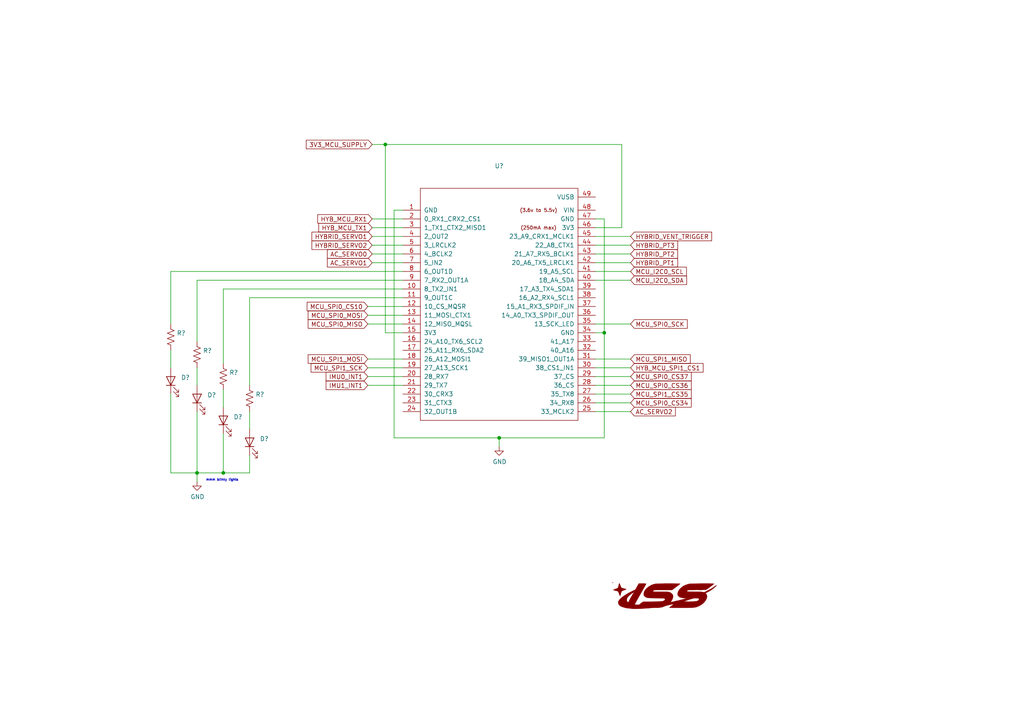
<source format=kicad_sch>
(kicad_sch (version 20211123) (generator eeschema)
  (paper "A4")
  (title_block (title "TARS-MK1") (company "ILLINOIS SPACE SOCIETY"))
  (lib_symbols
    (symbol "D24V50F5:LED" (pin_numbers hide) (pin_names (offset 1.016) hide)
      (property "Reference" "D" (at 0 2.54 0))
      (property "Value" "LED" (at 0 -2.54 0))
      (symbol "LED_0_1"
        (polyline (pts (xy -1.27 -1.27) (xy -1.27 1.27)) (stroke (width 0.2032)))
        (polyline (pts (xy -1.27 0) (xy 1.27 0)))
        (polyline (pts (xy 1.27 -1.27) (xy 1.27 1.27) (xy -1.27 0) (xy 1.27 -1.27)) (stroke (width 0.2032)))
        (polyline (pts (xy -3.048 -0.762) (xy -4.572 -2.286) (xy -3.81 -2.286) (xy -4.572 -2.286) (xy -4.572 -1.524)))
        (polyline (pts (xy -1.778 -0.762) (xy -3.302 -2.286) (xy -2.54 -2.286) (xy -3.302 -2.286) (xy -3.302 -1.524)))
      )
      (symbol "LED_1_1"
        (pin passive line (at -3.81 0 0) (length 2.54) (name "K") (number "1"))
        (pin passive line (at 3.81 0 180) (length 2.54) (name "A") (number "2"))
      )
    )
    (symbol "D24V50F5:R_US" (pin_numbers hide) (pin_names (offset 0))
      (property "Reference" "R" (at 2.54 0 90))
      (property "Value" "R_US" (at -2.54 0 90))
      (symbol "R_US_0_1"
        (polyline (pts (xy 0 -2.286) (xy 0 -2.54)))
        (polyline (pts (xy 0 2.286) (xy 0 2.54)))
        (polyline (pts (xy 0 -0.762) (xy 1.016 -1.143) (xy 0 -1.524) (xy -1.016 -1.905) (xy 0 -2.286)))
        (polyline (pts (xy 0 0.762) (xy 1.016 0.381) (xy 0 0) (xy -1.016 -0.381) (xy 0 -0.762)))
        (polyline (pts (xy 0 2.286) (xy 1.016 1.905) (xy 0 1.524) (xy -1.016 1.143) (xy 0 0.762)))
      )
      (symbol "R_US_1_1"
        (pin passive line (at 0 3.81 270) (length 1.27) (name "~") (number "1"))
        (pin passive line (at 0 -3.81 90) (length 1.27) (name "~") (number "2"))
      )
    )
    (symbol "ISS_LOGO:LOGO" (pin_names (offset 1.016))
      (symbol "LOGO_0_0"
        (polyline (pts (xy -15.2654 3.6322) (xy -15.2654 3.8354) (xy -15.2908 3.8608) (xy -15.3162 3.7338) (xy -15.3162 3.6068) (xy -15.2654 3.6322)) (stroke (width 0.0254)) (fill (type outline)))
        (polyline (pts (xy -13.081 0.2032) (xy -12.954 0.6096) (xy -12.8778 0.9144) (xy -12.7762 1.1176) (xy -12.6746 1.27) (xy -12.5476 1.3462) (xy -12.3698 1.4224) (xy -12.1158 1.524) (xy -11.7348 1.651) (xy -11.5316 1.7272) (xy -11.43 1.7526) (xy -11.43 1.778) (xy -11.5062 1.8542) (xy -11.684 1.9304) (xy -11.938 1.9812) (xy -12.2174 2.0574) (xy -12.5222 2.1082) (xy -12.7254 2.2098) (xy -12.8778 2.3368) (xy -12.9794 2.54) (xy -13.081 2.8448) (xy -13.1318 2.921) (xy -13.2334 3.2258) (xy -13.3858 3.5306) (xy -13.4112 3.5052) (xy -13.4874 3.3782) (xy -13.5382 3.1496) (xy -13.6906 2.54) (xy -13.7668 2.3114) (xy -13.8684 2.1844) (xy -13.9954 2.0828) (xy -14.1986 2.0066) (xy -14.478 1.905) (xy -14.605 1.8542) (xy -14.8844 1.7526) (xy -15.0876 1.651) (xy -15.1638 1.6002) (xy -15.1384 1.6002) (xy -15.0114 1.5494) (xy -14.7828 1.4732) (xy -14.4526 1.397) (xy -13.7668 1.2192) (xy -13.5636 0.762) (xy -13.4874 0.5588) (xy -13.3858 0.2794) (xy -13.2842 0.0508) (xy -13.1826 -0.2032) (xy -13.081 0.2032)) (stroke (width 0.0254)) (fill (type outline)))
        (polyline (pts (xy -8.0264 -3.8354) (xy -7.3152 -3.81) (xy -6.5786 -3.7846) (xy -5.8166 -3.7338) (xy -5.1054 -3.683) (xy -4.826 -3.6576) (xy -4.2418 -3.6068) (xy -3.6322 -3.5814) (xy -3.0988 -3.556) (xy -2.3368 -3.556) (xy -1.5494 -3.4798) (xy -0.889 -3.3528) (xy -0.3556 -3.1242) (xy -0.1778 -3.0734) (xy 0.127 -2.9718) (xy 0.508 -2.8702) (xy 0.9398 -2.7686) (xy 0.9906 -2.7432) (xy 1.5494 -2.6162) (xy 2.1844 -2.4892) (xy 2.3114 -2.4892) (xy 2.3114 -2.54) (xy 2.2352 -2.6162) (xy 2.0574 -2.7686) (xy 1.778 -2.9464) (xy 1.5748 -3.1242) (xy 1.3208 -3.3274) (xy 1.1684 -3.4544) (xy 1.1176 -3.5306) (xy 1.6256 -3.5306) (xy 2.0574 -3.556) (xy 6.2738 -3.556) (xy 6.9342 -3.5306) (xy 7.4676 -3.5306) (xy 7.9248 -3.5052) (xy 8.2804 -3.4798) (xy 8.5852 -3.429) (xy 8.8392 -3.3782) (xy 9.0678 -3.302) (xy 9.3218 -3.2258) (xy 9.5504 -3.0988) (xy 9.8298 -2.9718) (xy 10.0076 -2.8956) (xy 10.5664 -2.54) (xy 11.049 -2.1336) (xy 11.43 -1.6764) (xy 11.7602 -1.2192) (xy 11.938 -0.762) (xy 12.0396 -0.3302) (xy 11.9888 0.0762) (xy 11.811 0.4064) (xy 11.5824 0.6858) (xy 12.1158 0.9398) (xy 12.2682 1.016) (xy 13.0556 1.4732) (xy 13.7414 1.9558) (xy 14.3256 2.4384) (xy 14.605 2.7178) (xy 14.7574 2.8956) (xy 14.8082 2.9718) (xy 14.7828 2.9718) (xy 14.6558 2.8956) (xy 14.4272 2.7686) (xy 14.1478 2.5654) (xy 14.097 2.5146) (xy 13.7414 2.286) (xy 13.3096 2.0066) (xy 12.827 1.7272) (xy 12.3444 1.4986) (xy 11.2014 0.9144) (xy 10.7188 1.016) (xy 10.6172 1.016) (xy 10.3378 1.0414) (xy 9.906 1.0668) (xy 9.398 1.0922) (xy 8.2296 1.0922) (xy 7.8994 1.1176) (xy 6.9088 1.1176) (xy 6.5532 1.143) (xy 6.3246 1.143) (xy 6.223 1.1684) (xy 6.223 1.27) (xy 6.2992 1.4224) (xy 6.3754 1.4986) (xy 6.4516 1.5494) (xy 6.5532 1.5748) (xy 6.7056 1.5748) (xy 6.9596 1.6002) (xy 8.3312 1.6002) (xy 9.0678 1.6256) (xy 9.7536 1.6002) (xy 10.3378 1.6002) (xy 10.8204 1.6256) (xy 11.2014 1.6256) (xy 11.4808 1.651) (xy 11.7348 1.7018) (xy 11.938 1.778) (xy 12.1158 1.905) (xy 12.319 2.032) (xy 12.573 2.2352) (xy 13.081 2.6162) (xy 13.4112 2.8702) (xy 13.6652 3.048) (xy 13.8176 3.175) (xy 13.843 3.2004) (xy 13.9954 3.3274) (xy 14.0462 3.4036) (xy 14.0462 3.429) (xy 13.8938 3.429) (xy 13.6144 3.4544) (xy 13.208 3.4544) (xy 12.7254 3.4798) (xy 10.16 3.4798) (xy 9.4996 3.4544) (xy 8.8646 3.4544) (xy 8.255 3.429) (xy 7.747 3.429) (xy 7.3152 3.4036) (xy 6.985 3.3782) (xy 6.8072 3.3528) (xy 5.9944 3.1242) (xy 5.207 2.7686) (xy 4.572 2.3114) (xy 4.0386 1.778) (xy 3.683 1.1684) (xy 3.5306 0.762) (xy 3.4798 0.381) (xy 3.556 0.0762) (xy 3.7338 -0.1778) (xy 4.0132 -0.4064) (xy 4.3688 -0.5842) (xy 4.826 -0.6858) (xy 5.461 -0.762) (xy 6.2992 -0.8128) (xy 5.588 -0.9906) (xy 5.4102 -1.0414) (xy 5.08 -1.1176) (xy 4.6482 -1.2192) (xy 4.1656 -1.3462) (xy 3.6576 -1.4732) (xy 3.1496 -1.5748) (xy 2.6416 -1.7018) (xy 2.54 -1.7272) (xy 5.334 -1.7272) (xy 5.3594 -1.6764) (xy 5.461 -1.651) (xy 6.0706 -1.4478) (xy 6.7056 -1.2446) (xy 7.1882 -1.0668) (xy 7.5946 -0.9652) (xy 7.9248 -0.8636) (xy 8.1534 -0.8128) (xy 8.382 -0.7874) (xy 8.5598 -0.762) (xy 9.0678 -0.762) (xy 9.4488 -0.8128) (xy 9.652 -0.9398) (xy 9.7282 -1.0922) (xy 9.7028 -1.1938) (xy 9.5504 -1.397) (xy 9.2456 -1.5748) (xy 8.89 -1.6764) (xy 8.8646 -1.6764) (xy 8.6614 -1.7018) (xy 8.3058 -1.7272) (xy 7.8486 -1.7526) (xy 7.3406 -1.7526) (xy 6.7818 -1.778) (xy 6.223 -1.7526) (xy 5.5372 -1.7526) (xy 5.3848 -1.7272) (xy 5.334 -1.7272) (xy 2.54 -1.7272) (xy 2.2098 -1.8034) (xy 1.8542 -1.8796) (xy 1.6256 -1.9304) (xy 1.4986 -1.9304) (xy 1.4986 -1.905) (xy 1.6002 -1.7272) (xy 1.7272 -1.524) (xy 1.9304 -1.1684) (xy 2.1336 -0.6604) (xy 2.1844 -0.2032) (xy 2.0828 0.2286) (xy 1.8034 0.5588) (xy 1.397 0.8382) (xy 1.3208 0.889) (xy 1.0668 0.9906) (xy 0.9144 1.016) (xy 0.6858 1.0414) (xy 0.4064 1.0668) (xy -0.4826 1.0668) (xy -1.143 1.0922) (xy -3.048 1.0922) (xy -3.3274 1.1176) (xy -3.4544 1.1176) (xy -3.6068 1.143) (xy -3.6322 1.27) (xy -3.5052 1.4478) (xy -3.4544 1.4986) (xy -3.3782 1.524) (xy -3.2766 1.5494) (xy -3.0988 1.5748) (xy -2.8702 1.6002) (xy 1.8796 1.6002) (xy 2.54 2.0828) (xy 2.6162 2.159) (xy 3.3782 2.7178) (xy 3.7084 2.9718) (xy 3.7592 2.9972) (xy 3.9878 3.2004) (xy 4.1656 3.3274) (xy 4.2164 3.4036) (xy 4.2164 3.429) (xy 4.0894 3.429) (xy 3.81 3.4544) (xy 2.8956 3.4544) (xy 2.286 3.4798) (xy -0.1016 3.4798) (xy -0.889 3.4544) (xy -1.5494 3.4544) (xy -2.0828 3.429) (xy -2.54 3.4036) (xy -2.921 3.3782) (xy -3.2512 3.302) (xy -3.5052 3.2512) (xy -3.7846 3.1496) (xy -4.0386 3.048) (xy -4.3434 2.8956) (xy -4.9784 2.5146) (xy -5.4864 2.0828) (xy -5.9182 1.6002) (xy -6.1976 1.0922) (xy -6.3246 0.5588) (xy -6.3246 0.2794) (xy -6.2484 -0.0254) (xy -6.0198 -0.2794) (xy -5.6388 -0.5334) (xy -5.5626 -0.5588) (xy -5.3086 -0.6604) (xy -5.1308 -0.6858) (xy -4.8768 -0.7112) (xy -4.5466 -0.7112) (xy -4.1148 -0.7366) (xy -3.5306 -0.7366) (xy -2.8194 -0.762) (xy -2.159 -0.762) (xy -1.5748 -0.7874) (xy -1.1176 -0.7874) (xy -0.762 -0.8128) (xy -0.5334 -0.8382) (xy -0.381 -0.8636) (xy -0.2794 -0.889) (xy -0.2032 -0.9398) (xy -0.1778 -0.9652) (xy -0.127 -1.0922) (xy -0.1778 -1.2446) (xy -0.381 -1.4478) (xy -0.5842 -1.5748) (xy -0.6604 -1.6002) (xy -0.762 -1.651) (xy -0.9144 -1.6764) (xy -1.143 -1.7018) (xy -1.4224 -1.7272) (xy -1.8034 -1.7272) (xy -2.3114 -1.7526) (xy -2.9464 -1.7526) (xy -3.7338 -1.778) (xy -6.5532 -1.8288) (xy -7.1374 -2.2606) (xy -7.7216 -2.7178) (xy -8.3058 -2.6924) (xy -8.6106 -2.667) (xy -8.8392 -2.6416) (xy -8.9408 -2.6162) (xy -8.9408 -2.5908) (xy -8.9154 -2.5146) (xy -8.8646 -2.413) (xy -8.763 -2.2352) (xy -8.636 -1.9812) (xy -8.4582 -1.651) (xy -8.2296 -1.2446) (xy -7.9248 -0.7112) (xy -7.5946 -0.1016) (xy -7.1628 0.635) (xy -6.6802 1.4986) (xy -6.096 2.5146) (xy -5.9182 2.8448) (xy -5.7658 3.1242) (xy -5.6896 3.3274) (xy -5.6642 3.429) (xy -5.7658 3.4544) (xy -5.9944 3.4544) (xy -6.3246 3.4798) (xy -7.747 3.4798) (xy -8.255 2.5908) (xy -8.763 1.6764) (xy -9.9568 1.1176) (xy -10.541 0.8128) (xy -11.3284 0.381) (xy -12.0142 -0.0762) (xy -12.6238 -0.508) (xy -13.081 -0.9144) (xy -13.3858 -1.2446) (xy -11.2522 -1.2446) (xy -11.2268 -1.016) (xy -11.0998 -0.635) (xy -10.795 -0.254) (xy -10.3632 0.1524) (xy -9.779 0.5842) (xy -9.6266 0.6858) (xy -9.3726 0.8636) (xy -9.2202 0.9144) (xy -9.1694 0.9144) (xy -9.3218 0.6604) (xy -9.4742 0.4318) (xy -9.6774 0.1016) (xy -9.8806 -0.254) (xy -10.0584 -0.5588) (xy -10.2616 -0.9652) (xy -10.4648 -1.3208) (xy -10.5918 -1.6002) (xy -10.8458 -2.032) (xy -11.1252 -1.7526) (xy -11.2268 -1.524) (xy -11.2522 -1.2446) (xy -13.3858 -1.2446) (xy -13.4366 -1.2954) (xy -13.6398 -1.651) (xy -13.6906 -1.778) (xy -13.716 -2.2098) (xy -13.589 -2.5654) (xy -13.3096 -2.8956) (xy -12.8778 -3.175) (xy -12.2682 -3.4036) (xy -11.5062 -3.6068) (xy -10.5664 -3.7338) (xy -9.4742 -3.8354) (xy -9.144 -3.8608) (xy -8.636 -3.8608) (xy -8.0264 -3.8354)) (stroke (width 0.0254)) (fill (type outline)))
      )
    )
    (symbol "TEENSY:Teensy4.1_bare" (pin_names (offset 1.016))
      (property "Reference" "U" (at 0 64.77 0))
      (property "Value" "Teensy4.1_bare" (at 0 62.23 0))
      (property "Footprint" "Teensy:Teensy41_bare" (at 12.7 -7.62 0))
      (symbol "Teensy4.1_bare_0_0"
        (text "(250mA max)" (at 11.43 49.53 0) (effects (font (size 1.016 1.016))))
        (text "(3.6v to 5.5v)" (at 11.43 54.61 0) (effects (font (size 1.016 1.016))))
        (pin bidirectional line (at -27.94 31.75 0) (length 5.08) (name "8_TX2_IN1") (number "10"))
        (pin bidirectional line (at -27.94 29.21 0) (length 5.08) (name "9_OUT1C") (number "11"))
        (pin bidirectional line (at -27.94 26.67 0) (length 5.08) (name "10_CS_MQSR") (number "12"))
        (pin bidirectional line (at -27.94 24.13 0) (length 5.08) (name "11_MOSI_CTX1") (number "13"))
        (pin bidirectional line (at -27.94 21.59 0) (length 5.08) (name "12_MISO_MQSL") (number "14"))
        (pin power_in line (at -27.94 19.05 0) (length 5.08) (name "3V3") (number "15"))
        (pin bidirectional line (at -27.94 16.51 0) (length 5.08) (name "24_A10_TX6_SCL2") (number "16"))
        (pin bidirectional line (at -27.94 13.97 0) (length 5.08) (name "25_A11_RX6_SDA2") (number "17"))
        (pin bidirectional line (at -27.94 11.43 0) (length 5.08) (name "26_A12_MOSI1") (number "18"))
        (pin bidirectional line (at -27.94 8.89 0) (length 5.08) (name "27_A13_SCK1") (number "19"))
        (pin bidirectional line (at -27.94 6.35 0) (length 5.08) (name "28_RX7") (number "20"))
        (pin bidirectional line (at -27.94 3.81 0) (length 5.08) (name "29_TX7") (number "21"))
        (pin bidirectional line (at -27.94 1.27 0) (length 5.08) (name "30_CRX3") (number "22"))
        (pin bidirectional line (at -27.94 -1.27 0) (length 5.08) (name "31_CTX3") (number "23"))
        (pin bidirectional line (at -27.94 -3.81 0) (length 5.08) (name "32_OUT1B") (number "24"))
        (pin bidirectional line (at 27.94 -3.81 180) (length 5.08) (name "33_MCLK2") (number "25"))
        (pin bidirectional line (at 27.94 -1.27 180) (length 5.08) (name "34_RX8") (number "26"))
        (pin bidirectional line (at 27.94 1.27 180) (length 5.08) (name "35_TX8") (number "27"))
        (pin bidirectional line (at 27.94 3.81 180) (length 5.08) (name "36_CS") (number "28"))
        (pin bidirectional line (at 27.94 6.35 180) (length 5.08) (name "37_CS") (number "29"))
        (pin bidirectional line (at 27.94 8.89 180) (length 5.08) (name "38_CS1_IN1") (number "30"))
        (pin bidirectional line (at 27.94 11.43 180) (length 5.08) (name "39_MISO1_OUT1A") (number "31"))
        (pin bidirectional line (at 27.94 13.97 180) (length 5.08) (name "40_A16") (number "32"))
        (pin bidirectional line (at 27.94 16.51 180) (length 5.08) (name "41_A17") (number "33"))
        (pin bidirectional line (at 27.94 21.59 180) (length 5.08) (name "13_SCK_LED") (number "35"))
        (pin bidirectional line (at 27.94 24.13 180) (length 5.08) (name "14_A0_TX3_SPDIF_OUT") (number "36"))
        (pin bidirectional line (at 27.94 26.67 180) (length 5.08) (name "15_A1_RX3_SPDIF_IN") (number "37"))
        (pin bidirectional line (at 27.94 29.21 180) (length 5.08) (name "16_A2_RX4_SCL1") (number "38"))
        (pin bidirectional line (at 27.94 31.75 180) (length 5.08) (name "17_A3_TX4_SDA1") (number "39"))
        (pin bidirectional line (at 27.94 34.29 180) (length 5.08) (name "18_A4_SDA") (number "40"))
        (pin bidirectional line (at 27.94 36.83 180) (length 5.08) (name "19_A5_SCL") (number "41"))
        (pin bidirectional line (at 27.94 39.37 180) (length 5.08) (name "20_A6_TX5_LRCLK1") (number "42"))
        (pin bidirectional line (at 27.94 41.91 180) (length 5.08) (name "21_A7_RX5_BCLK1") (number "43"))
        (pin bidirectional line (at 27.94 44.45 180) (length 5.08) (name "22_A8_CTX1") (number "44"))
        (pin bidirectional line (at 27.94 46.99 180) (length 5.08) (name "23_A9_CRX1_MCLK1") (number "45"))
        (pin power_in line (at 27.94 49.53 180) (length 5.08) (name "3V3") (number "46"))
        (pin power_in line (at 27.94 52.07 180) (length 5.08) (name "GND") (number "47"))
        (pin power_in line (at 27.94 54.61 180) (length 5.08) (name "VIN") (number "48"))
        (pin power_out line (at 27.94 58.42 180) (length 5.08) (name "VUSB") (number "49"))
        (pin bidirectional line (at -27.94 44.45 0) (length 5.08) (name "3_LRCLK2") (number "5"))
        (pin bidirectional line (at -27.94 41.91 0) (length 5.08) (name "4_BCLK2") (number "6"))
        (pin bidirectional line (at -27.94 39.37 0) (length 5.08) (name "5_IN2") (number "7"))
        (pin bidirectional line (at -27.94 36.83 0) (length 5.08) (name "6_OUT1D") (number "8"))
        (pin bidirectional line (at -27.94 34.29 0) (length 5.08) (name "7_RX2_OUT1A") (number "9"))
      )
      (symbol "Teensy4.1_bare_0_1"
        (rectangle (start -22.86 60.96) (end 22.86 -6.35))
        (rectangle (start -20.32 -1.27) (end -20.32 -1.27))
      )
      (symbol "Teensy4.1_bare_1_1"
        (pin power_in line (at -27.94 54.61 0) (length 5.08) (name "GND") (number "1"))
        (pin bidirectional line (at -27.94 52.07 0) (length 5.08) (name "0_RX1_CRX2_CS1") (number "2"))
        (pin bidirectional line (at -27.94 49.53 0) (length 5.08) (name "1_TX1_CTX2_MISO1") (number "3"))
        (pin power_in line (at 27.94 19.05 180) (length 5.08) (name "GND") (number "34"))
        (pin bidirectional line (at -27.94 46.99 0) (length 5.08) (name "2_OUT2") (number "4"))
      )
    )
    (symbol "power:GND" (power) (pin_names (offset 0))
      (property "Value" "GND" (at 0 -3.81 0))
      (symbol "GND_0_1"
        (polyline (pts (xy 0 0) (xy 0 -1.27) (xy 1.27 -1.27) (xy 0 -2.54) (xy -1.27 -1.27) (xy 0 -1.27)))
      )
      (symbol "GND_1_1"
        (pin power_in line (at 0 0 270) (length 0) hide (name "GND") (number "1"))
      )
    )
  )
  (junction (at 111.76 41.91))
  (junction (at 64.77 137.16))
  (junction (at 57.15 137.16))
  (junction (at 175.26 96.52))
  (junction (at 144.78 127))
  (wire (pts (xy 182.88 71.12) (xy 172.72 71.12)))
  (wire (pts (xy 64.77 83.82) (xy 64.77 105.41)))
  (wire (pts (xy 57.15 137.16) (xy 57.15 139.7)))
  (wire (pts (xy 116.84 106.68) (xy 106.68 106.68)))
  (wire (pts (xy 72.39 86.36) (xy 72.39 111.76)))
  (wire (pts (xy 144.78 129.54) (xy 144.78 127)))
  (wire (pts (xy 57.15 137.16) (xy 57.15 119.38)))
  (wire (pts (xy 49.53 137.16) (xy 57.15 137.16)))
  (wire (pts (xy 64.77 137.16) (xy 64.77 125.73)))
  (wire (pts (xy 72.39 132.08) (xy 72.39 137.16)))
  (wire (pts (xy 49.53 114.3) (xy 49.53 137.16)))
  (wire (pts (xy 182.88 68.58) (xy 172.72 68.58)))
  (wire (pts (xy 182.88 109.22) (xy 172.72 109.22)))
  (wire (pts (xy 116.84 83.82) (xy 64.77 83.82)))
  (wire (pts (xy 57.15 81.28) (xy 116.84 81.28)))
  (wire (pts (xy 107.95 68.58) (xy 116.84 68.58)))
  (wire (pts (xy 182.88 116.84) (xy 172.72 116.84)))
  (wire (pts (xy 172.72 66.04) (xy 180.34 66.04)))
  (wire (pts (xy 106.68 91.44) (xy 116.84 91.44)))
  (wire (pts (xy 182.88 81.28) (xy 172.72 81.28)))
  (wire (pts (xy 182.88 93.98) (xy 172.72 93.98)))
  (wire (pts (xy 107.95 76.2) (xy 116.84 76.2)))
  (wire (pts (xy 111.76 41.91) (xy 111.76 96.52)))
  (wire (pts (xy 182.88 114.3) (xy 172.72 114.3)))
  (wire (pts (xy 175.26 96.52) (xy 175.26 127)))
  (wire (pts (xy 106.68 109.22) (xy 116.84 109.22)))
  (wire (pts (xy 106.68 104.14) (xy 116.84 104.14)))
  (wire (pts (xy 172.72 63.5) (xy 175.26 63.5)))
  (wire (pts (xy 114.3 60.96) (xy 114.3 127)))
  (wire (pts (xy 172.72 106.68) (xy 182.88 106.68)))
  (wire (pts (xy 49.53 93.98) (xy 49.53 78.74)))
  (wire (pts (xy 107.95 63.5) (xy 116.84 63.5)))
  (wire (pts (xy 107.95 66.04) (xy 116.84 66.04)))
  (wire (pts (xy 57.15 106.68) (xy 57.15 111.76)))
  (wire (pts (xy 64.77 137.16) (xy 57.15 137.16)))
  (wire (pts (xy 182.88 76.2) (xy 172.72 76.2)))
  (wire (pts (xy 111.76 96.52) (xy 116.84 96.52)))
  (wire (pts (xy 106.68 88.9) (xy 116.84 88.9)))
  (wire (pts (xy 49.53 78.74) (xy 116.84 78.74)))
  (wire (pts (xy 72.39 119.38) (xy 72.39 124.46)))
  (wire (pts (xy 172.72 78.74) (xy 182.88 78.74)))
  (wire (pts (xy 175.26 127) (xy 144.78 127)))
  (wire (pts (xy 172.72 104.14) (xy 182.88 104.14)))
  (wire (pts (xy 182.88 73.66) (xy 172.72 73.66)))
  (wire (pts (xy 64.77 113.03) (xy 64.77 118.11)))
  (wire (pts (xy 175.26 96.52) (xy 172.72 96.52)))
  (wire (pts (xy 116.84 71.12) (xy 107.95 71.12)))
  (wire (pts (xy 144.78 127) (xy 114.3 127)))
  (wire (pts (xy 116.84 60.96) (xy 114.3 60.96)))
  (wire (pts (xy 49.53 101.6) (xy 49.53 106.68)))
  (wire (pts (xy 72.39 86.36) (xy 116.84 86.36)))
  (wire (pts (xy 107.95 73.66) (xy 116.84 73.66)))
  (wire (pts (xy 116.84 93.98) (xy 106.68 93.98)))
  (wire (pts (xy 172.72 119.38) (xy 182.88 119.38)))
  (wire (pts (xy 180.34 66.04) (xy 180.34 41.91)))
  (wire (pts (xy 182.88 111.76) (xy 172.72 111.76)))
  (wire (pts (xy 107.95 41.91) (xy 111.76 41.91)))
  (wire (pts (xy 180.34 41.91) (xy 111.76 41.91)))
  (wire (pts (xy 57.15 99.06) (xy 57.15 81.28)))
  (wire (pts (xy 175.26 63.5) (xy 175.26 96.52)))
  (wire (pts (xy 72.39 137.16) (xy 64.77 137.16)))
  (wire (pts (xy 116.84 111.76) (xy 106.68 111.76)))
  (text "mmm blinky lights" (at 59.69 139.7 0) (effects (font (size 0.6604 0.6604)) (justify left bottom)))
  (global_label "IMU0_INT1" (shape input) (at 106.68 109.22 180) (property "Intersheet References" "${INTERSHEET_REFS}" (effects hide)))
  (global_label "MCU_SPI1_CS35" (shape input) (at 182.88 114.3 0) (property "Intersheet References" "${INTERSHEET_REFS}" (effects hide)))
  (global_label "AC_SERVO1" (shape input) (at 107.95 76.2 180) (property "Intersheet References" "${INTERSHEET_REFS}" (effects hide)))
  (global_label "HYBRID_PT3" (shape input) (at 182.88 71.12 0) (property "Intersheet References" "${INTERSHEET_REFS}" (effects hide)))
  (global_label "AC_SERVO0" (shape input) (at 107.95 73.66 180) (property "Intersheet References" "${INTERSHEET_REFS}" (effects hide)))
  (global_label "HYBRID_SERVO1" (shape input) (at 107.95 68.58 180) (property "Intersheet References" "${INTERSHEET_REFS}" (effects hide)))
  (global_label "HYB_MCU_TX1" (shape input) (at 107.95 66.04 180) (property "Intersheet References" "${INTERSHEET_REFS}" (effects hide)))
  (global_label "HYBRID_VENT_TRIGGER" (shape input) (at 182.88 68.58 0) (property "Intersheet References" "${INTERSHEET_REFS}" (effects hide)))
  (global_label "HYBRID_PT1" (shape input) (at 182.88 76.2 0) (property "Intersheet References" "${INTERSHEET_REFS}" (effects hide)))
  (global_label "IMU1_INT1" (shape input) (at 106.68 111.76 180) (property "Intersheet References" "${INTERSHEET_REFS}" (effects hide)))
  (global_label "3V3_MCU_SUPPLY" (shape input) (at 107.95 41.91 180) (property "Intersheet References" "${INTERSHEET_REFS}" (effects hide)))
  (global_label "MCU_SPI0_CS36" (shape input) (at 182.88 111.76 0) (property "Intersheet References" "${INTERSHEET_REFS}" (effects hide)))
  (global_label "MCU_SPI0_MISO" (shape input) (at 106.68 93.98 180) (property "Intersheet References" "${INTERSHEET_REFS}" (effects hide)))
  (global_label "MCU_I2C0_SDA" (shape input) (at 182.88 81.28 0) (property "Intersheet References" "${INTERSHEET_REFS}" (effects hide)))
  (global_label "HYBRID_SERVO2" (shape input) (at 107.95 71.12 180) (property "Intersheet References" "${INTERSHEET_REFS}" (effects hide)))
  (global_label "MCU_SPI1_MOSI" (shape input) (at 106.68 104.14 180) (property "Intersheet References" "${INTERSHEET_REFS}" (effects hide)))
  (global_label "MCU_SPI0_SCK" (shape input) (at 182.88 93.98 0) (property "Intersheet References" "${INTERSHEET_REFS}" (effects hide)))
  (global_label "HYBRID_PT2" (shape input) (at 182.88 73.66 0) (property "Intersheet References" "${INTERSHEET_REFS}" (effects hide)))
  (global_label "MCU_SPI0_CS34" (shape input) (at 182.88 116.84 0) (property "Intersheet References" "${INTERSHEET_REFS}" (effects hide)))
  (global_label "AC_SERVO2" (shape input) (at 182.88 119.38 0) (property "Intersheet References" "${INTERSHEET_REFS}" (effects hide)))
  (global_label "MCU_SPI1_SCK" (shape input) (at 106.68 106.68 180) (property "Intersheet References" "${INTERSHEET_REFS}" (effects hide)))
  (global_label "HYB_MCU_SPI1_CS1" (shape input) (at 182.88 106.68 0) (property "Intersheet References" "${INTERSHEET_REFS}" (effects hide)))
  (global_label "MCU_SPI0_CS10" (shape input) (at 106.68 88.9 180) (property "Intersheet References" "${INTERSHEET_REFS}" (effects hide)))
  (global_label "MCU_SPI0_CS37" (shape input) (at 182.88 109.22 0) (property "Intersheet References" "${INTERSHEET_REFS}" (effects hide)))
  (global_label "MCU_SPI0_MOSI" (shape input) (at 106.68 91.44 180) (property "Intersheet References" "${INTERSHEET_REFS}" (effects hide)))
  (global_label "MCU_SPI1_MISO" (shape input) (at 182.88 104.14 0) (property "Intersheet References" "${INTERSHEET_REFS}" (effects hide)))
  (global_label "HYB_MCU_RX1" (shape input) (at 107.95 63.5 180) (property "Intersheet References" "${INTERSHEET_REFS}" (effects hide)))
  (global_label "MCU_I2C0_SCL" (shape input) (at 182.88 78.74 0) (property "Intersheet References" "${INTERSHEET_REFS}" (effects hide)))
  (symbol (lib_id "ISS_LOGO:LOGO") (at 193.04 172.72 0) (unit 1)
    (property "Reference" "#G4001" (effects hide))
  )
  (symbol (lib_id "D24V50F5:LED") (at 49.53 110.49 90) (unit 1)
    (property "Reference" "D?" (at 52.5018 109.4994 90) (effects (justify right)))
  )
  (symbol (lib_id "D24V50F5:R_US") (at 49.53 97.79 0) (unit 1)
    (property "Reference" "R?" (at 51.2572 96.6216 0) (effects (justify left)))
  )
  (symbol (lib_id "D24V50F5:LED") (at 57.15 115.57 90) (unit 1)
    (property "Reference" "D?" (at 60.1218 114.5794 90) (effects (justify right)))
  )
  (symbol (lib_id "D24V50F5:R_US") (at 57.15 102.87 0) (unit 1)
    (property "Reference" "R?" (at 58.8772 101.7016 0) (effects (justify left)))
  )
  (symbol (lib_id "D24V50F5:LED") (at 64.77 121.92 90) (unit 1)
    (property "Reference" "D?" (at 67.7418 120.9294 90) (effects (justify right)))
  )
  (symbol (lib_id "D24V50F5:R_US") (at 64.77 109.22 0) (unit 1)
    (property "Reference" "R?" (at 66.4972 108.0516 0) (effects (justify left)))
  )
  (symbol (lib_id "D24V50F5:LED") (at 72.39 128.27 90) (unit 1)
    (property "Reference" "D?" (at 75.3618 127.2794 90) (effects (justify right)))
  )
  (symbol (lib_id "D24V50F5:R_US") (at 72.39 115.57 0) (unit 1)
    (property "Reference" "R?" (at 74.1172 114.4016 0) (effects (justify left)))
  )
  (symbol (lib_id "power:GND") (at 57.15 139.7 0) (unit 1)
    (property "Reference" "#PWR?" (effects hide))
  )
  (symbol (lib_id "power:GND") (at 144.78 129.54 0) (unit 1)
    (property "Reference" "#PWR?" (effects hide))
  )
  (symbol (lib_id "TEENSY:Teensy4.1_bare") (at 144.78 115.57 0) (unit 1)
    (property "Reference" "U?" (at 144.78 48.133 0))
  )
)
</source>
